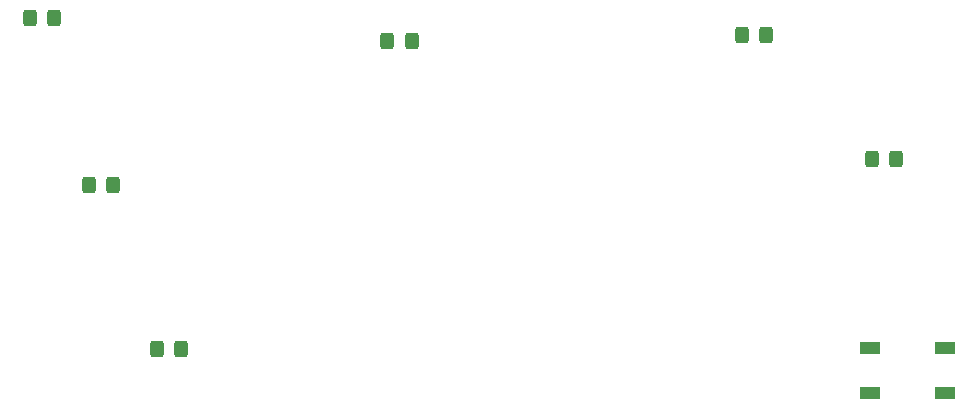
<source format=gbr>
%TF.GenerationSoftware,KiCad,Pcbnew,(6.0.8)*%
%TF.CreationDate,2022-10-23T13:20:46+08:00*%
%TF.ProjectId,LrtraPCB,4c727472-6150-4434-922e-6b696361645f,rev?*%
%TF.SameCoordinates,Original*%
%TF.FileFunction,Paste,Top*%
%TF.FilePolarity,Positive*%
%FSLAX46Y46*%
G04 Gerber Fmt 4.6, Leading zero omitted, Abs format (unit mm)*
G04 Created by KiCad (PCBNEW (6.0.8)) date 2022-10-23 13:20:46*
%MOMM*%
%LPD*%
G01*
G04 APERTURE LIST*
G04 Aperture macros list*
%AMRoundRect*
0 Rectangle with rounded corners*
0 $1 Rounding radius*
0 $2 $3 $4 $5 $6 $7 $8 $9 X,Y pos of 4 corners*
0 Add a 4 corners polygon primitive as box body*
4,1,4,$2,$3,$4,$5,$6,$7,$8,$9,$2,$3,0*
0 Add four circle primitives for the rounded corners*
1,1,$1+$1,$2,$3*
1,1,$1+$1,$4,$5*
1,1,$1+$1,$6,$7*
1,1,$1+$1,$8,$9*
0 Add four rect primitives between the rounded corners*
20,1,$1+$1,$2,$3,$4,$5,0*
20,1,$1+$1,$4,$5,$6,$7,0*
20,1,$1+$1,$6,$7,$8,$9,0*
20,1,$1+$1,$8,$9,$2,$3,0*%
G04 Aperture macros list end*
%ADD10RoundRect,0.250000X-0.325000X-0.450000X0.325000X-0.450000X0.325000X0.450000X-0.325000X0.450000X0*%
%ADD11RoundRect,0.250000X0.325000X0.450000X-0.325000X0.450000X-0.325000X-0.450000X0.325000X-0.450000X0*%
%ADD12R,1.700000X1.000000*%
G04 APERTURE END LIST*
D10*
%TO.C,D6*%
X138950000Y-96950000D03*
X141000000Y-96950000D03*
%TD*%
D11*
%TO.C,D5*%
X110750000Y-95000000D03*
X108700000Y-95000000D03*
%TD*%
%TO.C,D1*%
X121500000Y-123075000D03*
X119450000Y-123075000D03*
%TD*%
D12*
%TO.C,Push me~*%
X186150000Y-123000000D03*
X179850000Y-123000000D03*
X179850000Y-126800000D03*
X186150000Y-126800000D03*
%TD*%
D10*
%TO.C,D3*%
X168975000Y-96500000D03*
X171025000Y-96500000D03*
%TD*%
%TO.C,D2*%
X113700000Y-109200000D03*
X115750000Y-109200000D03*
%TD*%
D11*
%TO.C,D4*%
X182000000Y-107000000D03*
X179950000Y-107000000D03*
%TD*%
M02*

</source>
